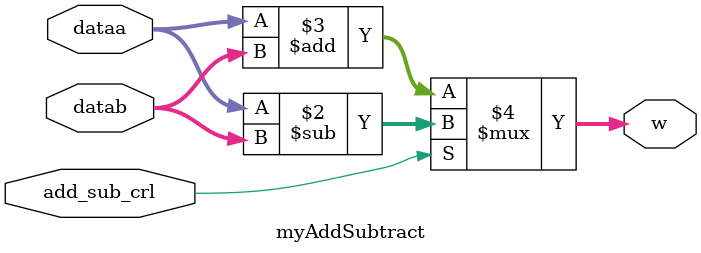
<source format=sv>
module myAddSubtract(input add_sub_crl, input [9:0] dataa, datab, output logic [9:0] w);
    always @(dataa, datab, add_sub_crl) begin
        w = 10'd0;
        w = add_sub_crl ? (dataa - datab) : (dataa + datab);
    end
endmodule
</source>
